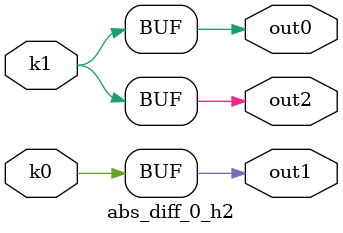
<source format=v>
module abs_diff_0(pi0, pi1, pi2, pi3, pi4, pi5, po0, po1, po2);
input pi0, pi1, pi2, pi3, pi4, pi5;
output po0, po1, po2;
wire k0, k1;
abs_diff_0_w2 DUT1 (pi0, pi1, pi2, pi3, pi4, pi5, k0, k1);
abs_diff_0_h2 DUT2 (k0, k1, po0, po1, po2);
endmodule

module abs_diff_0_w2(in5, in4, in3, in2, in1, in0, k1, k0);
input in5, in4, in3, in2, in1, in0;
output k1, k0;
assign k0 =   ((~in5 ^ in1) | ((~in3 | (~in0 & (~in2 | in4))) & (in2 | ~in4 | in0 | in3))) & (in3 | ((~in2 | ((~in5 | ~in1) & (in4 | in5 | in1))) & (~in0 | (in5 ^ in1)) & (in4 | ~in5 | ~in1))) & (in0 | ~in3 | ((in2 | ((in5 | in1) & (~in4 | ~in5 | ~in1))) & (~in4 | in5 | in1)));
assign k1 =   (((in5 & (~in3 | in1)) | (~in3 & in1)) & (~in4 | in2)) | (~in4 & in2);
endmodule

module abs_diff_0_h2(k1, k0, out2, out1, out0);
input k1, k0;
output out2, out1, out0;
assign out0 = k1;
assign out1 = k0;
assign out2 = k1;
endmodule

</source>
